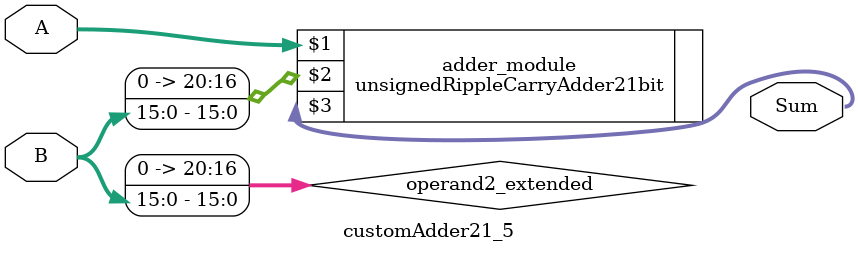
<source format=v>

module customAdder21_5(
                    input [20 : 0] A,
                    input [15 : 0] B,
                    
                    output [21 : 0] Sum
            );

    wire [20 : 0] operand2_extended;
    
    assign operand2_extended =  {5'b0, B};
    
    unsignedRippleCarryAdder21bit adder_module(
        A,
        operand2_extended,
        Sum
    );
    
endmodule
        
</source>
